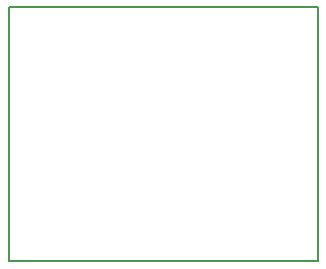
<source format=gm1>
G04 MADE WITH FRITZING*
G04 WWW.FRITZING.ORG*
G04 DOUBLE SIDED*
G04 HOLES PLATED*
G04 CONTOUR ON CENTER OF CONTOUR VECTOR*
%ASAXBY*%
%FSLAX23Y23*%
%MOIN*%
%OFA0B0*%
%SFA1.0B1.0*%
%ADD10R,1.037470X0.855630*%
%ADD11C,0.008000*%
%ADD10C,0.008*%
%LNCONTOUR*%
G90*
G70*
G54D10*
G54D11*
X4Y852D02*
X1033Y852D01*
X1033Y4D01*
X4Y4D01*
X4Y852D01*
D02*
G04 End of contour*
M02*
</source>
